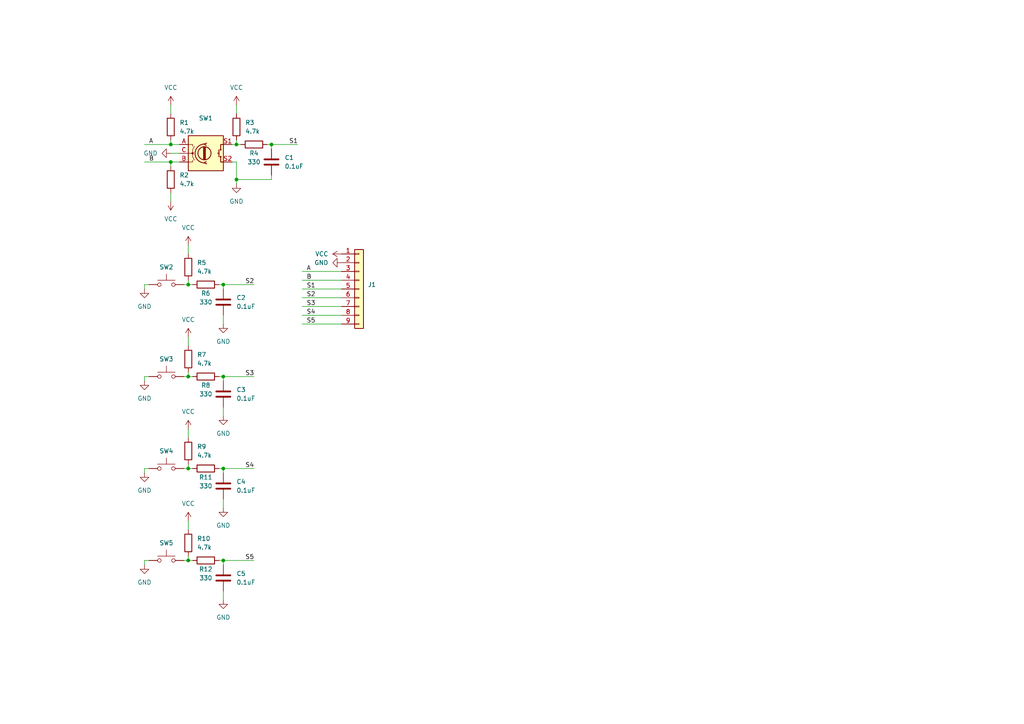
<source format=kicad_sch>
(kicad_sch (version 20230121) (generator eeschema)
  (paper "A4")
  (lib_symbols
    (symbol "Connector_Generic:Conn_01x09" (pin_names (offset 1.016) hide)
      (property "Reference" "J" (at 0 12.7 0))
      (property "Value" "Conn_01x09" (at 0 -12.7 0))
      (symbol "Conn_01x09_1_1"
        (rectangle (start -1.27 -10.033) (end 0 -10.287) (stroke (width 0.1524)))
        (rectangle (start -1.27 -7.493) (end 0 -7.747) (stroke (width 0.1524)))
        (rectangle (start -1.27 -4.953) (end 0 -5.207) (stroke (width 0.1524)))
        (rectangle (start -1.27 -2.413) (end 0 -2.667) (stroke (width 0.1524)))
        (rectangle (start -1.27 0.127) (end 0 -0.127) (stroke (width 0.1524)))
        (rectangle (start -1.27 2.667) (end 0 2.413) (stroke (width 0.1524)))
        (rectangle (start -1.27 5.207) (end 0 4.953) (stroke (width 0.1524)))
        (rectangle (start -1.27 7.747) (end 0 7.493) (stroke (width 0.1524)))
        (rectangle (start -1.27 10.287) (end 0 10.033) (stroke (width 0.1524)))
        (rectangle (start -1.27 11.43) (end 1.27 -11.43) (stroke (width 0.254)) (fill (type background)))
        (pin passive line (at -5.08 10.16 0) (length 3.81) (name "Pin_1") (number "1"))
        (pin passive line (at -5.08 7.62 0) (length 3.81) (name "Pin_2") (number "2"))
        (pin passive line (at -5.08 5.08 0) (length 3.81) (name "Pin_3") (number "3"))
        (pin passive line (at -5.08 2.54 0) (length 3.81) (name "Pin_4") (number "4"))
        (pin passive line (at -5.08 0 0) (length 3.81) (name "Pin_5") (number "5"))
        (pin passive line (at -5.08 -2.54 0) (length 3.81) (name "Pin_6") (number "6"))
        (pin passive line (at -5.08 -5.08 0) (length 3.81) (name "Pin_7") (number "7"))
        (pin passive line (at -5.08 -7.62 0) (length 3.81) (name "Pin_8") (number "8"))
        (pin passive line (at -5.08 -10.16 0) (length 3.81) (name "Pin_9") (number "9"))
      )
    )
    (symbol "Device:C" (pin_numbers hide) (pin_names (offset 0.254))
      (property "Reference" "C" (at 0.635 2.54 0))
      (property "Value" "C" (at 0.635 -2.54 0))
      (symbol "C_0_1"
        (polyline (pts (xy -2.032 -0.762) (xy 2.032 -0.762)) (stroke (width 0.508)))
        (polyline (pts (xy -2.032 0.762) (xy 2.032 0.762)) (stroke (width 0.508)))
      )
      (symbol "C_1_1"
        (pin passive line (at 0 3.81 270) (length 2.794) (name "~") (number "1"))
        (pin passive line (at 0 -3.81 90) (length 2.794) (name "~") (number "2"))
      )
    )
    (symbol "Device:R" (pin_numbers hide) (pin_names (offset 0))
      (property "Reference" "R" (at 2.032 0 90))
      (property "Value" "R" (at 0 0 90))
      (symbol "R_0_1"
        (rectangle (start -1.016 -2.54) (end 1.016 2.54) (stroke (width 0.254)))
      )
      (symbol "R_1_1"
        (pin passive line (at 0 3.81 270) (length 1.27) (name "~") (number "1"))
        (pin passive line (at 0 -3.81 90) (length 1.27) (name "~") (number "2"))
      )
    )
    (symbol "Device:RotaryEncoder_Switch" (pin_names (offset 0.254) hide)
      (property "Reference" "SW" (at 0 6.604 0))
      (property "Value" "RotaryEncoder_Switch" (at 0 -6.604 0))
      (symbol "RotaryEncoder_Switch_0_1"
        (rectangle (start -5.08 5.08) (end 5.08 -5.08) (stroke (width 0.254)) (fill (type background)))
        (circle (center -3.81 0) (radius 0.254) (fill (type outline)))
        (circle (center -0.381 0) (radius 1.905) (stroke (width 0.254)))
        (arc (start -0.381 2.667) (mid -3.0988 -0.0635) (end -0.381 -2.794) (stroke (width 0.254)))
        (polyline (pts (xy -0.635 -1.778) (xy -0.635 1.778)) (stroke (width 0.254)))
        (polyline (pts (xy -0.381 -1.778) (xy -0.381 1.778)) (stroke (width 0.254)))
        (polyline (pts (xy -0.127 1.778) (xy -0.127 -1.778)) (stroke (width 0.254)))
        (polyline (pts (xy 3.81 0) (xy 3.429 0)) (stroke (width 0.254)))
        (polyline (pts (xy 3.81 1.016) (xy 3.81 -1.016)) (stroke (width 0.254)))
        (polyline (pts (xy -5.08 -2.54) (xy -3.81 -2.54) (xy -3.81 -2.032)))
        (polyline (pts (xy -5.08 2.54) (xy -3.81 2.54) (xy -3.81 2.032)))
        (polyline (pts (xy 0.254 -3.048) (xy -0.508 -2.794) (xy 0.127 -2.413)) (stroke (width 0.254)))
        (polyline (pts (xy 0.254 2.921) (xy -0.508 2.667) (xy 0.127 2.286)) (stroke (width 0.254)))
        (polyline (pts (xy 5.08 -2.54) (xy 4.318 -2.54) (xy 4.318 -1.016)) (stroke (width 0.254)))
        (polyline (pts (xy 5.08 2.54) (xy 4.318 2.54) (xy 4.318 1.016)) (stroke (width 0.254)))
        (polyline (pts (xy -5.08 0) (xy -3.81 0) (xy -3.81 -1.016) (xy -3.302 -2.032)))
        (polyline (pts (xy -4.318 0) (xy -3.81 0) (xy -3.81 1.016) (xy -3.302 2.032)))
        (circle (center 4.318 -1.016) (radius 0.127) (stroke (width 0.254)))
        (circle (center 4.318 1.016) (radius 0.127) (stroke (width 0.254)))
      )
      (symbol "RotaryEncoder_Switch_1_1"
        (pin passive line (at -7.62 2.54 0) (length 2.54) (name "A") (number "A"))
        (pin passive line (at -7.62 -2.54 0) (length 2.54) (name "B") (number "B"))
        (pin passive line (at -7.62 0 0) (length 2.54) (name "C") (number "C"))
        (pin passive line (at 7.62 2.54 180) (length 2.54) (name "S1") (number "S1"))
        (pin passive line (at 7.62 -2.54 180) (length 2.54) (name "S2") (number "S2"))
      )
    )
    (symbol "Switch:SW_Push" (pin_numbers hide) (pin_names (offset 1.016) hide)
      (property "Reference" "SW" (at 1.27 2.54 0))
      (property "Value" "SW_Push" (at 0 -1.524 0))
      (symbol "SW_Push_0_1"
        (circle (center -2.032 0) (radius 0.508))
        (polyline (pts (xy 0 1.27) (xy 0 3.048)))
        (polyline (pts (xy 2.54 1.27) (xy -2.54 1.27)))
        (circle (center 2.032 0) (radius 0.508))
        (pin passive line (at -5.08 0 0) (length 2.54) (name "1") (number "1"))
        (pin passive line (at 5.08 0 180) (length 2.54) (name "2") (number "2"))
      )
    )
    (symbol "power:GND" (power) (pin_names (offset 0))
      (property "Value" "GND" (at 0 -3.81 0))
      (symbol "GND_0_1"
        (polyline (pts (xy 0 0) (xy 0 -1.27) (xy 1.27 -1.27) (xy 0 -2.54) (xy -1.27 -1.27) (xy 0 -1.27)))
      )
      (symbol "GND_1_1"
        (pin power_in line (at 0 0 270) (length 0) hide (name "GND") (number "1"))
      )
    )
    (symbol "power:VCC" (power) (pin_names (offset 0))
      (property "Value" "VCC" (at 0 3.81 0))
      (symbol "VCC_0_1"
        (polyline (pts (xy -0.762 1.27) (xy 0 2.54)))
        (polyline (pts (xy 0 0) (xy 0 2.54)))
        (polyline (pts (xy 0 2.54) (xy 0.762 1.27)))
      )
      (symbol "VCC_1_1"
        (pin power_in line (at 0 0 90) (length 0) hide (name "VCC") (number "1"))
      )
    )
  )
  (junction (at 49.53 46.99))
  (junction (at 49.53 41.91))
  (junction (at 54.61 135.89))
  (junction (at 64.77 82.55))
  (junction (at 68.58 41.91))
  (junction (at 54.61 162.56))
  (junction (at 54.61 109.22))
  (junction (at 68.58 52.07))
  (junction (at 64.77 109.22))
  (junction (at 54.61 82.55))
  (junction (at 64.77 162.56))
  (junction (at 64.77 135.89))
  (junction (at 78.74 41.91))
  (wire (pts (xy 53.34 82.55) (xy 54.61 82.55)))
  (wire (pts (xy 64.77 82.55) (xy 73.66 82.55)))
  (wire (pts (xy 63.5 162.56) (xy 64.77 162.56)))
  (wire (pts (xy 54.61 71.12) (xy 54.61 73.66)))
  (wire (pts (xy 49.53 55.88) (xy 49.53 58.42)))
  (wire (pts (xy 68.58 46.99) (xy 68.58 52.07)))
  (wire (pts (xy 54.61 135.89) (xy 54.61 134.62)))
  (wire (pts (xy 67.31 46.99) (xy 68.58 46.99)))
  (wire (pts (xy 87.63 81.28) (xy 99.06 81.28)))
  (wire (pts (xy 63.5 135.89) (xy 64.77 135.89)))
  (wire (pts (xy 64.77 82.55) (xy 64.77 83.82)))
  (wire (pts (xy 87.63 86.36) (xy 99.06 86.36)))
  (wire (pts (xy 63.5 109.22) (xy 64.77 109.22)))
  (wire (pts (xy 68.58 41.91) (xy 68.58 40.64)))
  (wire (pts (xy 87.63 93.98) (xy 99.06 93.98)))
  (wire (pts (xy 54.61 135.89) (xy 55.88 135.89)))
  (wire (pts (xy 64.77 91.44) (xy 64.77 93.98)))
  (wire (pts (xy 64.77 109.22) (xy 73.66 109.22)))
  (wire (pts (xy 64.77 109.22) (xy 64.77 110.49)))
  (wire (pts (xy 53.34 109.22) (xy 54.61 109.22)))
  (wire (pts (xy 68.58 52.07) (xy 68.58 53.34)))
  (wire (pts (xy 54.61 82.55) (xy 54.61 81.28)))
  (wire (pts (xy 49.53 30.48) (xy 49.53 33.02)))
  (wire (pts (xy 64.77 135.89) (xy 73.66 135.89)))
  (wire (pts (xy 68.58 52.07) (xy 78.74 52.07)))
  (wire (pts (xy 54.61 124.46) (xy 54.61 127)))
  (wire (pts (xy 68.58 30.48) (xy 68.58 33.02)))
  (wire (pts (xy 41.91 41.91) (xy 49.53 41.91)))
  (wire (pts (xy 54.61 82.55) (xy 55.88 82.55)))
  (wire (pts (xy 54.61 109.22) (xy 55.88 109.22)))
  (wire (pts (xy 54.61 151.13) (xy 54.61 153.67)))
  (wire (pts (xy 49.53 44.45) (xy 52.07 44.45)))
  (wire (pts (xy 67.31 41.91) (xy 68.58 41.91)))
  (wire (pts (xy 41.91 135.89) (xy 43.18 135.89)))
  (wire (pts (xy 54.61 109.22) (xy 54.61 107.95)))
  (wire (pts (xy 41.91 137.16) (xy 41.91 135.89)))
  (wire (pts (xy 78.74 52.07) (xy 78.74 50.8)))
  (wire (pts (xy 87.63 88.9) (xy 99.06 88.9)))
  (wire (pts (xy 78.74 41.91) (xy 86.36 41.91)))
  (wire (pts (xy 41.91 162.56) (xy 43.18 162.56)))
  (wire (pts (xy 53.34 135.89) (xy 54.61 135.89)))
  (wire (pts (xy 49.53 41.91) (xy 49.53 40.64)))
  (wire (pts (xy 54.61 162.56) (xy 55.88 162.56)))
  (wire (pts (xy 49.53 46.99) (xy 52.07 46.99)))
  (wire (pts (xy 87.63 83.82) (xy 99.06 83.82)))
  (wire (pts (xy 41.91 110.49) (xy 41.91 109.22)))
  (wire (pts (xy 64.77 144.78) (xy 64.77 147.32)))
  (wire (pts (xy 54.61 97.79) (xy 54.61 100.33)))
  (wire (pts (xy 78.74 41.91) (xy 78.74 43.18)))
  (wire (pts (xy 64.77 162.56) (xy 64.77 163.83)))
  (wire (pts (xy 68.58 41.91) (xy 69.85 41.91)))
  (wire (pts (xy 64.77 135.89) (xy 64.77 137.16)))
  (wire (pts (xy 64.77 118.11) (xy 64.77 120.65)))
  (wire (pts (xy 87.63 91.44) (xy 99.06 91.44)))
  (wire (pts (xy 41.91 46.99) (xy 49.53 46.99)))
  (wire (pts (xy 53.34 162.56) (xy 54.61 162.56)))
  (wire (pts (xy 41.91 163.83) (xy 41.91 162.56)))
  (wire (pts (xy 87.63 78.74) (xy 99.06 78.74)))
  (wire (pts (xy 41.91 83.82) (xy 41.91 82.55)))
  (wire (pts (xy 41.91 82.55) (xy 43.18 82.55)))
  (wire (pts (xy 54.61 162.56) (xy 54.61 161.29)))
  (wire (pts (xy 64.77 162.56) (xy 73.66 162.56)))
  (wire (pts (xy 77.47 41.91) (xy 78.74 41.91)))
  (wire (pts (xy 63.5 82.55) (xy 64.77 82.55)))
  (wire (pts (xy 52.07 41.91) (xy 49.53 41.91)))
  (wire (pts (xy 41.91 109.22) (xy 43.18 109.22)))
  (wire (pts (xy 49.53 46.99) (xy 49.53 48.26)))
  (wire (pts (xy 64.77 171.45) (xy 64.77 173.99)))
  (label "S3" (at 88.9 88.9 0))
  (label "B" (at 43.18 46.99 0))
  (label "S1" (at 83.82 41.91 0))
  (label "S2" (at 71.12 82.55 0))
  (label "A" (at 88.9 78.74 0))
  (label "S3" (at 71.12 109.22 0))
  (label "B" (at 88.9 81.28 0))
  (label "S4" (at 88.9 91.44 0))
  (label "S5" (at 88.9 93.98 0))
  (label "S2" (at 88.9 86.36 0))
  (label "A" (at 43.18 41.91 0))
  (label "S1" (at 88.9 83.82 0))
  (label "S5" (at 71.12 162.56 0))
  (label "S4" (at 71.12 135.89 0))
  (symbol (lib_id "Device:C") (at 64.77 167.64 0) (unit 1)
    (property "Reference" "C5" (at 68.58 166.37 0) (effects (justify left)))
    (property "Value" "0.1uF" (at 68.58 168.91 0) (effects (justify left)))
    (property "Footprint" "Capacitor_SMD:C_0805_2012Metric_Pad1.18x1.45mm_HandSolder" (effects hide))
  )
  (symbol (lib_id "power:GND") (at 49.53 44.45 270) (unit 1)
    (property "Reference" "#PWR04" (effects hide))
    (property "Value" "GND" (at 45.72 44.45 90) (effects (justify right)))
  )
  (symbol (lib_id "power:GND") (at 64.77 147.32 0) (unit 1)
    (property "Reference" "#PWR016" (effects hide))
    (property "Value" "GND" (at 64.77 152.4 0))
  )
  (symbol (lib_id "Device:C") (at 64.77 114.3 0) (unit 1)
    (property "Reference" "C3" (at 68.58 113.03 0) (effects (justify left)))
    (property "Value" "0.1uF" (at 68.58 115.57 0) (effects (justify left)))
    (property "Footprint" "Capacitor_SMD:C_0805_2012Metric_Pad1.18x1.45mm_HandSolder" (effects hide))
  )
  (symbol (lib_id "Device:R") (at 59.69 109.22 90) (unit 1)
    (property "Reference" "R8" (at 59.69 111.76 90))
    (property "Value" "330" (at 59.69 114.3 90))
    (property "Footprint" "Resistor_SMD:R_0805_2012Metric_Pad1.20x1.40mm_HandSolder" (effects hide))
  )
  (symbol (lib_id "power:VCC") (at 54.61 124.46 0) (unit 1)
    (property "Reference" "#PWR014" (effects hide))
    (property "Value" "VCC" (at 54.61 119.38 0))
  )
  (symbol (lib_id "Device:R") (at 49.53 36.83 0) (unit 1)
    (property "Reference" "R1" (at 52.07 35.56 0) (effects (justify left)))
    (property "Value" "4.7k" (at 52.07 38.1 0) (effects (justify left)))
    (property "Footprint" "Resistor_SMD:R_0805_2012Metric_Pad1.20x1.40mm_HandSolder" (effects hide))
  )
  (symbol (lib_id "Device:R") (at 59.69 162.56 90) (unit 1)
    (property "Reference" "R12" (at 59.69 165.1 90))
    (property "Value" "330" (at 59.69 167.64 90))
    (property "Footprint" "Resistor_SMD:R_0805_2012Metric_Pad1.20x1.40mm_HandSolder" (effects hide))
  )
  (symbol (lib_id "power:VCC") (at 49.53 58.42 180) (unit 1)
    (property "Reference" "#PWR06" (effects hide))
    (property "Value" "VCC" (at 49.53 63.5 0))
  )
  (symbol (lib_id "power:GND") (at 41.91 163.83 0) (unit 1)
    (property "Reference" "#PWR013" (effects hide))
    (property "Value" "GND" (at 41.91 168.91 0))
  )
  (symbol (lib_id "Device:RotaryEncoder_Switch") (at 59.69 44.45 0) (unit 1)
    (property "Reference" "SW1" (at 59.69 34.29 0))
    (property "Value" "RotaryEncoder_Switch" (effects hide))
    (property "Footprint" "Rotary_Encoder:RotaryEncoder_Alps_EC11E-Switch_Vertical_H20mm" (effects hide))
  )
  (symbol (lib_id "Device:C") (at 64.77 140.97 0) (unit 1)
    (property "Reference" "C4" (at 68.58 139.7 0) (effects (justify left)))
    (property "Value" "0.1uF" (at 68.58 142.24 0) (effects (justify left)))
    (property "Footprint" "Capacitor_SMD:C_0805_2012Metric_Pad1.18x1.45mm_HandSolder" (effects hide))
  )
  (symbol (lib_id "Device:R") (at 73.66 41.91 90) (unit 1)
    (property "Reference" "R4" (at 73.66 44.45 90))
    (property "Value" "330" (at 73.66 46.99 90))
    (property "Footprint" "Resistor_SMD:R_0805_2012Metric_Pad1.20x1.40mm_HandSolder" (effects hide))
  )
  (symbol (lib_id "power:GND") (at 41.91 83.82 0) (unit 1)
    (property "Reference" "#PWR01" (effects hide))
    (property "Value" "GND" (at 41.91 88.9 0))
  )
  (symbol (lib_id "power:GND") (at 64.77 173.99 0) (unit 1)
    (property "Reference" "#PWR017" (effects hide))
    (property "Value" "GND" (at 64.77 179.07 0))
  )
  (symbol (lib_id "power:VCC") (at 54.61 71.12 0) (unit 1)
    (property "Reference" "#PWR02" (effects hide))
    (property "Value" "VCC" (at 54.61 66.04 0))
  )
  (symbol (lib_id "power:VCC") (at 68.58 30.48 0) (unit 1)
    (property "Reference" "#PWR07" (effects hide))
    (property "Value" "VCC" (at 68.58 25.4 0))
  )
  (symbol (lib_id "Connector_Generic:Conn_01x09") (at 104.14 83.82 0) (unit 1)
    (property "Reference" "J1" (at 106.68 82.55 0) (effects (justify left)))
    (property "Value" "Conn_01x09" (effects hide))
    (property "Footprint" "Connector_PinHeader_2.54mm:PinHeader_1x09_P2.54mm_Vertical" (effects hide))
  )
  (symbol (lib_id "power:GND") (at 68.58 53.34 0) (unit 1)
    (property "Reference" "#PWR08" (effects hide))
    (property "Value" "GND" (at 68.58 58.42 0))
  )
  (symbol (lib_id "Device:R") (at 54.61 77.47 0) (unit 1)
    (property "Reference" "R5" (at 57.15 76.2 0) (effects (justify left)))
    (property "Value" "4.7k" (at 57.15 78.74 0) (effects (justify left)))
    (property "Footprint" "Resistor_SMD:R_0805_2012Metric_Pad1.20x1.40mm_HandSolder" (effects hide))
  )
  (symbol (lib_id "power:VCC") (at 99.06 73.66 90) (unit 1)
    (property "Reference" "#PWR018" (effects hide))
    (property "Value" "VCC" (at 95.25 73.66 90) (effects (justify left)))
  )
  (symbol (lib_id "power:VCC") (at 54.61 97.79 0) (unit 1)
    (property "Reference" "#PWR010" (effects hide))
    (property "Value" "VCC" (at 54.61 92.71 0))
  )
  (symbol (lib_id "power:GND") (at 64.77 93.98 0) (unit 1)
    (property "Reference" "#PWR03" (effects hide))
    (property "Value" "GND" (at 64.77 99.06 0))
  )
  (symbol (lib_id "power:GND") (at 64.77 120.65 0) (unit 1)
    (property "Reference" "#PWR011" (effects hide))
    (property "Value" "GND" (at 64.77 125.73 0))
  )
  (symbol (lib_id "Device:R") (at 59.69 82.55 90) (unit 1)
    (property "Reference" "R6" (at 59.69 85.09 90))
    (property "Value" "330" (at 59.69 87.63 90))
    (property "Footprint" "Resistor_SMD:R_0805_2012Metric_Pad1.20x1.40mm_HandSolder" (effects hide))
  )
  (symbol (lib_id "power:VCC") (at 54.61 151.13 0) (unit 1)
    (property "Reference" "#PWR015" (effects hide))
    (property "Value" "VCC" (at 54.61 146.05 0))
  )
  (symbol (lib_id "Device:R") (at 54.61 104.14 0) (unit 1)
    (property "Reference" "R7" (at 57.15 102.87 0) (effects (justify left)))
    (property "Value" "4.7k" (at 57.15 105.41 0) (effects (justify left)))
    (property "Footprint" "Resistor_SMD:R_0805_2012Metric_Pad1.20x1.40mm_HandSolder" (effects hide))
  )
  (symbol (lib_id "Device:R") (at 68.58 36.83 0) (unit 1)
    (property "Reference" "R3" (at 71.12 35.56 0) (effects (justify left)))
    (property "Value" "4.7k" (at 71.12 38.1 0) (effects (justify left)))
    (property "Footprint" "Resistor_SMD:R_0805_2012Metric_Pad1.20x1.40mm_HandSolder" (effects hide))
  )
  (symbol (lib_id "Device:C") (at 78.74 46.99 0) (unit 1)
    (property "Reference" "C1" (at 82.55 45.72 0) (effects (justify left)))
    (property "Value" "0.1uF" (at 82.55 48.26 0) (effects (justify left)))
    (property "Footprint" "Capacitor_SMD:C_0805_2012Metric_Pad1.18x1.45mm_HandSolder" (effects hide))
  )
  (symbol (lib_id "Switch:SW_Push") (at 48.26 82.55 0) (unit 1)
    (property "Reference" "SW2" (at 48.26 77.47 0))
    (property "Value" "SW_Push" (effects hide))
    (property "Footprint" "Button_Switch_SMD:SW_Push_1P1T_NO_6x6mm_H9.5mm" (effects hide))
  )
  (symbol (lib_id "power:GND") (at 99.06 76.2 270) (unit 1)
    (property "Reference" "#PWR019" (effects hide))
    (property "Value" "GND" (at 95.25 76.2 90) (effects (justify right)))
  )
  (symbol (lib_id "Switch:SW_Push") (at 48.26 109.22 0) (unit 1)
    (property "Reference" "SW3" (at 48.26 104.14 0))
    (property "Value" "SW_Push" (effects hide))
    (property "Footprint" "Button_Switch_SMD:SW_Push_1P1T_NO_6x6mm_H9.5mm" (effects hide))
  )
  (symbol (lib_id "power:VCC") (at 49.53 30.48 0) (unit 1)
    (property "Reference" "#PWR05" (effects hide))
    (property "Value" "VCC" (at 49.53 25.4 0))
  )
  (symbol (lib_id "Switch:SW_Push") (at 48.26 162.56 0) (unit 1)
    (property "Reference" "SW5" (at 48.26 157.48 0))
    (property "Value" "SW_Push" (effects hide))
    (property "Footprint" "Button_Switch_SMD:SW_Push_1P1T_NO_6x6mm_H9.5mm" (effects hide))
  )
  (symbol (lib_id "Device:R") (at 54.61 157.48 0) (unit 1)
    (property "Reference" "R10" (at 57.15 156.21 0) (effects (justify left)))
    (property "Value" "4.7k" (at 57.15 158.75 0) (effects (justify left)))
    (property "Footprint" "Resistor_SMD:R_0805_2012Metric_Pad1.20x1.40mm_HandSolder" (effects hide))
  )
  (symbol (lib_id "Switch:SW_Push") (at 48.26 135.89 0) (unit 1)
    (property "Reference" "SW4" (at 48.26 130.81 0))
    (property "Value" "SW_Push" (effects hide))
    (property "Footprint" "Button_Switch_SMD:SW_Push_1P1T_NO_6x6mm_H9.5mm" (effects hide))
  )
  (symbol (lib_id "Device:C") (at 64.77 87.63 0) (unit 1)
    (property "Reference" "C2" (at 68.58 86.36 0) (effects (justify left)))
    (property "Value" "0.1uF" (at 68.58 88.9 0) (effects (justify left)))
    (property "Footprint" "Capacitor_SMD:C_0805_2012Metric_Pad1.18x1.45mm_HandSolder" (effects hide))
  )
  (symbol (lib_id "Device:R") (at 49.53 52.07 0) (unit 1)
    (property "Reference" "R2" (at 52.07 50.8 0) (effects (justify left)))
    (property "Value" "4.7k" (at 52.07 53.34 0) (effects (justify left)))
    (property "Footprint" "Resistor_SMD:R_0805_2012Metric_Pad1.20x1.40mm_HandSolder" (effects hide))
  )
  (symbol (lib_id "Device:R") (at 59.69 135.89 90) (unit 1)
    (property "Reference" "R11" (at 59.69 138.43 90))
    (property "Value" "330" (at 59.69 140.97 90))
    (property "Footprint" "Resistor_SMD:R_0805_2012Metric_Pad1.20x1.40mm_HandSolder" (effects hide))
  )
  (symbol (lib_id "Device:R") (at 54.61 130.81 0) (unit 1)
    (property "Reference" "R9" (at 57.15 129.54 0) (effects (justify left)))
    (property "Value" "4.7k" (at 57.15 132.08 0) (effects (justify left)))
    (property "Footprint" "Resistor_SMD:R_0805_2012Metric_Pad1.20x1.40mm_HandSolder" (effects hide))
  )
  (symbol (lib_id "power:GND") (at 41.91 110.49 0) (unit 1)
    (property "Reference" "#PWR09" (effects hide))
    (property "Value" "GND" (at 41.91 115.57 0))
  )
  (symbol (lib_id "power:GND") (at 41.91 137.16 0) (unit 1)
    (property "Reference" "#PWR012" (effects hide))
    (property "Value" "GND" (at 41.91 142.24 0))
  )
)
</source>
